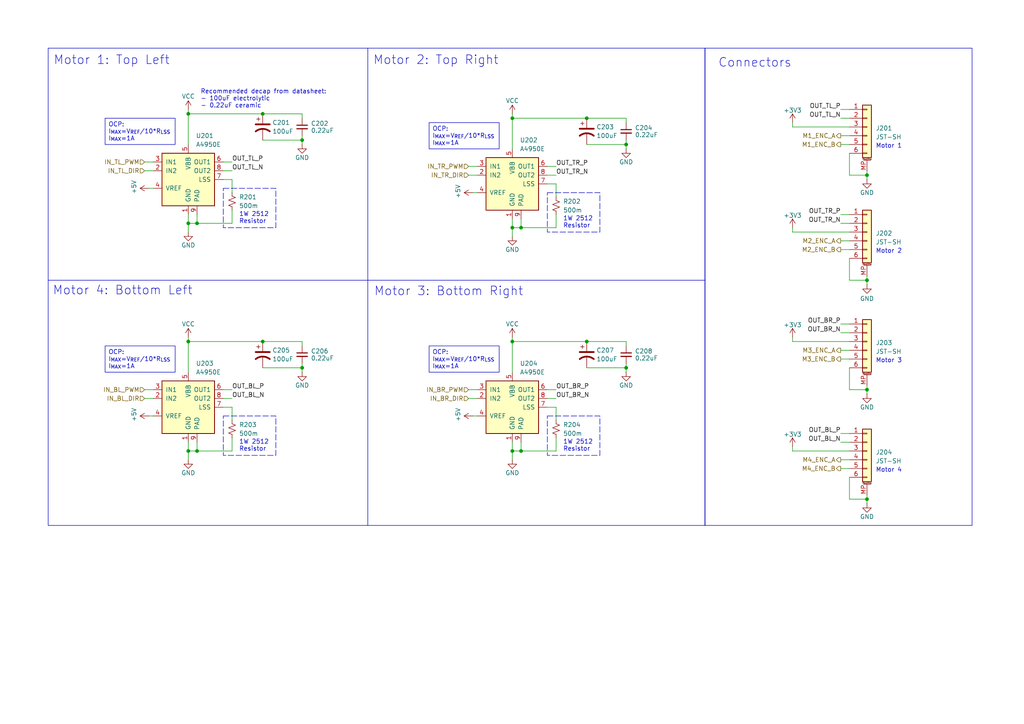
<source format=kicad_sch>
(kicad_sch (version 20231120) (generator "eeschema") (generator_version "8.0")
  (paper "A4")
  (lib_symbols
    (symbol "Connector_Generic_MountingPin:Conn_01x06_MountingPin" (pin_names (offset 1.016) hide)
      (property "Reference" "J" (at 0 7.62 0))
      (property "Value" "Conn_01x06_MountingPin" (at 1.27 -10.16 0))
      (symbol "Conn_01x06_MountingPin_1_1"
        (rectangle (start -1.27 -7.493) (end 0 -7.747) (stroke (width 0.1524)))
        (rectangle (start -1.27 -4.953) (end 0 -5.207) (stroke (width 0.1524)))
        (rectangle (start -1.27 -2.413) (end 0 -2.667) (stroke (width 0.1524)))
        (rectangle (start -1.27 0.127) (end 0 -0.127) (stroke (width 0.1524)))
        (rectangle (start -1.27 2.667) (end 0 2.413) (stroke (width 0.1524)))
        (rectangle (start -1.27 5.207) (end 0 4.953) (stroke (width 0.1524)))
        (rectangle (start -1.27 6.35) (end 1.27 -8.89) (stroke (width 0.254)) (fill (type background)))
        (polyline (pts (xy -1.016 -9.652) (xy 1.016 -9.652)) (stroke (width 0.1524)))
        (text "Mounting" (at 0 -9.271 0) (effects (font (size 0.381 0.381))))
        (pin passive line (at -5.08 5.08 0) (length 3.81) (name "Pin_1") (number "1"))
        (pin passive line (at -5.08 2.54 0) (length 3.81) (name "Pin_2") (number "2"))
        (pin passive line (at -5.08 0 0) (length 3.81) (name "Pin_3") (number "3"))
        (pin passive line (at -5.08 -2.54 0) (length 3.81) (name "Pin_4") (number "4"))
        (pin passive line (at -5.08 -5.08 0) (length 3.81) (name "Pin_5") (number "5"))
        (pin passive line (at -5.08 -7.62 0) (length 3.81) (name "Pin_6") (number "6"))
        (pin passive line (at 0 -12.7 90) (length 3.048) (name "MountPin") (number "MP"))
      )
    )
    (symbol "Device:C_Polarized_US" (pin_numbers hide) (pin_names (offset 0.254) hide)
      (property "Reference" "C" (at 0.635 2.54 0))
      (property "Value" "C_Polarized_US" (at 0.635 -2.54 0))
      (symbol "C_Polarized_US_0_1"
        (polyline (pts (xy -2.032 0.762) (xy 2.032 0.762)) (stroke (width 0.508)))
        (polyline (pts (xy -1.778 2.286) (xy -0.762 2.286)))
        (polyline (pts (xy -1.27 1.778) (xy -1.27 2.794)))
        (arc (start 2.032 -1.27) (mid 0 -0.5572) (end -2.032 -1.27) (stroke (width 0.508)))
      )
      (symbol "C_Polarized_US_1_1"
        (pin passive line (at 0 3.81 270) (length 2.794) (name "~") (number "1"))
        (pin passive line (at 0 -3.81 90) (length 3.302) (name "~") (number "2"))
      )
    )
    (symbol "Device:C_Small" (pin_numbers hide) (pin_names (offset 0.254) hide)
      (property "Reference" "C" (at 0.254 1.778 0))
      (property "Value" "C_Small" (at 0.254 -2.032 0))
      (symbol "C_Small_0_1"
        (polyline (pts (xy -1.524 -0.508) (xy 1.524 -0.508)) (stroke (width 0.3302)))
        (polyline (pts (xy -1.524 0.508) (xy 1.524 0.508)) (stroke (width 0.3048)))
      )
      (symbol "C_Small_1_1"
        (pin passive line (at 0 2.54 270) (length 2.032) (name "~") (number "1"))
        (pin passive line (at 0 -2.54 90) (length 2.032) (name "~") (number "2"))
      )
    )
    (symbol "Device:R_Small_US" (pin_numbers hide) (pin_names (offset 0.254) hide)
      (property "Reference" "R" (at 0.762 0.508 0))
      (property "Value" "R_Small_US" (at 0.762 -1.016 0))
      (symbol "R_Small_US_1_1"
        (polyline (pts (xy 0 0) (xy 1.016 -0.381) (xy 0 -0.762) (xy -1.016 -1.143) (xy 0 -1.524)))
        (polyline (pts (xy 0 1.524) (xy 1.016 1.143) (xy 0 0.762) (xy -1.016 0.381) (xy 0 0)))
        (pin passive line (at 0 2.54 270) (length 1.016) (name "~") (number "1"))
        (pin passive line (at 0 -2.54 90) (length 1.016) (name "~") (number "2"))
      )
    )
    (symbol "Driver_Motor:A4950E" (pin_names (offset 1.016))
      (property "Reference" "U" (at -7.62 8.89 0))
      (property "Value" "A4950E" (at 5.08 8.89 0))
      (symbol "A4950E_0_1"
        (rectangle (start -7.62 7.62) (end 7.62 -7.62) (stroke (width 0.254)) (fill (type background)))
      )
      (symbol "A4950E_1_1"
        (pin power_in line (at 0 -10.16 90) (length 2.54) (name "GND") (number "1"))
        (pin input line (at -10.16 2.54 0) (length 2.54) (name "IN2") (number "2"))
        (pin input line (at -10.16 5.08 0) (length 2.54) (name "IN1") (number "3"))
        (pin passive line (at -10.16 -2.54 0) (length 2.54) (name "VREF") (number "4"))
        (pin power_in line (at 0 10.16 270) (length 2.54) (name "VBB") (number "5"))
        (pin power_out line (at 10.16 5.08 180) (length 2.54) (name "OUT1") (number "6"))
        (pin power_in line (at 10.16 0 180) (length 2.54) (name "LSS") (number "7"))
        (pin power_out line (at 10.16 2.54 180) (length 2.54) (name "OUT2") (number "8"))
        (pin power_in line (at 2.54 -10.16 90) (length 2.54) (name "PAD") (number "9"))
      )
    )
    (symbol "GND_1" (power) (pin_numbers hide) (pin_names (offset 0) hide)
      (property "Value" "GND" (at 0 -3.81 0))
      (symbol "GND_1_0_1"
        (polyline (pts (xy 0 0) (xy 0 -1.27) (xy 1.27 -1.27) (xy 0 -2.54) (xy -1.27 -1.27) (xy 0 -1.27)))
      )
      (symbol "GND_1_1_1"
        (pin power_in line (at 0 0 270) (length 0) (name "~") (number "1"))
      )
    )
    (symbol "power:+3.3V" (power) (pin_names (offset 0))
      (property "Value" "+3.3V" (at 0 3.556 0))
      (symbol "+3.3V_0_1"
        (polyline (pts (xy -0.762 1.27) (xy 0 2.54)))
        (polyline (pts (xy 0 0) (xy 0 2.54)))
        (polyline (pts (xy 0 2.54) (xy 0.762 1.27)))
      )
      (symbol "+3.3V_1_1"
        (pin power_in line (at 0 0 90) (length 0) hide (name "+3V3") (number "1"))
      )
    )
    (symbol "power:+5V" (power) (pin_names (offset 0))
      (property "Value" "+5V" (at 0 3.556 0))
      (symbol "+5V_0_1"
        (polyline (pts (xy -0.762 1.27) (xy 0 2.54)))
        (polyline (pts (xy 0 0) (xy 0 2.54)))
        (polyline (pts (xy 0 2.54) (xy 0.762 1.27)))
      )
      (symbol "+5V_1_1"
        (pin power_in line (at 0 0 90) (length 0) hide (name "+5V") (number "1"))
      )
    )
    (symbol "power:GND" (power) (pin_numbers hide) (pin_names (offset 0) hide)
      (property "Value" "GND" (at 0 -3.81 0))
      (symbol "GND_0_1"
        (polyline (pts (xy 0 0) (xy 0 -1.27) (xy 1.27 -1.27) (xy 0 -2.54) (xy -1.27 -1.27) (xy 0 -1.27)))
      )
      (symbol "GND_1_1"
        (pin power_in line (at 0 0 270) (length 0) (name "~") (number "1"))
      )
    )
    (symbol "power:VCC" (power) (pin_numbers hide) (pin_names (offset 0) hide)
      (property "Value" "VCC" (at 0 3.556 0))
      (symbol "VCC_0_1"
        (polyline (pts (xy -0.762 1.27) (xy 0 2.54)))
        (polyline (pts (xy 0 0) (xy 0 2.54)))
        (polyline (pts (xy 0 2.54) (xy 0.762 1.27)))
      )
      (symbol "VCC_1_1"
        (pin power_in line (at 0 0 90) (length 0) (name "~") (number "1"))
      )
    )
  )
  (junction (at 57.15 64.77))
  (junction (at 148.59 130.81))
  (junction (at 151.13 66.04))
  (junction (at 251.46 113.03))
  (junction (at 148.59 66.04))
  (junction (at 148.59 99.06))
  (junction (at 57.15 130.81))
  (junction (at 87.63 40.64))
  (junction (at 54.61 33.02))
  (junction (at 54.61 130.81))
  (junction (at 151.13 130.81))
  (junction (at 181.61 41.91))
  (junction (at 170.18 99.06))
  (junction (at 54.61 64.77))
  (junction (at 76.2 33.02))
  (junction (at 181.61 106.68))
  (junction (at 87.63 106.68))
  (junction (at 170.18 34.29))
  (junction (at 148.59 34.29))
  (junction (at 54.61 99.06))
  (junction (at 76.2 99.06))
  (junction (at 251.46 144.78))
  (junction (at 251.46 81.28))
  (junction (at 251.46 50.8))
  (wire (pts (xy 170.18 106.68) (xy 181.61 106.68)))
  (wire (pts (xy 87.63 100.33) (xy 87.63 99.06)))
  (wire (pts (xy 67.31 127) (xy 67.31 130.81)))
  (wire (pts (xy 87.63 41.91) (xy 87.63 40.64)))
  (wire (pts (xy 67.31 52.07) (xy 67.31 55.88)))
  (wire (pts (xy 229.87 67.31) (xy 246.38 67.31)))
  (wire (pts (xy 243.84 101.6) (xy 246.38 101.6)))
  (wire (pts (xy 43.18 120.65) (xy 44.45 120.65)))
  (wire (pts (xy 243.84 41.91) (xy 246.38 41.91)))
  (wire (pts (xy 243.84 64.77) (xy 246.38 64.77)))
  (wire (pts (xy 135.89 115.57) (xy 138.43 115.57)))
  (wire (pts (xy 87.63 34.29) (xy 87.63 33.02)))
  (wire (pts (xy 148.59 97.79) (xy 148.59 99.06)))
  (wire (pts (xy 54.61 31.75) (xy 54.61 33.02)))
  (wire (pts (xy 243.84 72.39) (xy 246.38 72.39)))
  (wire (pts (xy 87.63 107.95) (xy 87.63 106.68)))
  (wire (pts (xy 135.89 113.03) (xy 138.43 113.03)))
  (wire (pts (xy 54.61 64.77) (xy 54.61 62.23)))
  (wire (pts (xy 158.75 53.34) (xy 161.29 53.34)))
  (polyline (pts (xy 106.68 13.97) (xy 106.68 152.4)))
  (polyline (pts (xy 13.97 81.28) (xy 101.6 81.28)))
  (wire (pts (xy 243.84 104.14) (xy 246.38 104.14)))
  (wire (pts (xy 181.61 34.29) (xy 170.18 34.29)))
  (wire (pts (xy 158.75 115.57) (xy 161.29 115.57)))
  (wire (pts (xy 57.15 62.23) (xy 57.15 64.77)))
  (wire (pts (xy 67.31 64.77) (xy 57.15 64.77)))
  (wire (pts (xy 151.13 130.81) (xy 148.59 130.81)))
  (wire (pts (xy 41.91 49.53) (xy 44.45 49.53)))
  (wire (pts (xy 161.29 53.34) (xy 161.29 57.15)))
  (wire (pts (xy 251.46 81.28) (xy 246.38 81.28)))
  (wire (pts (xy 148.59 66.04) (xy 148.59 63.5)))
  (wire (pts (xy 243.84 96.52) (xy 246.38 96.52)))
  (wire (pts (xy 229.87 97.79) (xy 229.87 99.06)))
  (wire (pts (xy 181.61 43.18) (xy 181.61 41.91)))
  (wire (pts (xy 251.46 143.51) (xy 251.46 144.78)))
  (wire (pts (xy 229.87 66.04) (xy 229.87 67.31)))
  (wire (pts (xy 135.89 50.8) (xy 138.43 50.8)))
  (wire (pts (xy 229.87 35.56) (xy 229.87 36.83)))
  (wire (pts (xy 148.59 66.04) (xy 148.59 68.58)))
  (wire (pts (xy 135.89 48.26) (xy 138.43 48.26)))
  (wire (pts (xy 229.87 36.83) (xy 246.38 36.83)))
  (wire (pts (xy 57.15 128.27) (xy 57.15 130.81)))
  (wire (pts (xy 229.87 129.54) (xy 229.87 130.81)))
  (wire (pts (xy 181.61 106.68) (xy 181.61 107.95)))
  (wire (pts (xy 64.77 52.07) (xy 67.31 52.07)))
  (wire (pts (xy 57.15 130.81) (xy 54.61 130.81)))
  (wire (pts (xy 251.46 144.78) (xy 246.38 144.78)))
  (wire (pts (xy 170.18 41.91) (xy 181.61 41.91)))
  (wire (pts (xy 246.38 50.8) (xy 246.38 44.45)))
  (wire (pts (xy 161.29 118.11) (xy 161.29 121.92)))
  (wire (pts (xy 181.61 100.33) (xy 181.61 99.06)))
  (wire (pts (xy 87.63 40.64) (xy 87.63 39.37)))
  (wire (pts (xy 229.87 99.06) (xy 246.38 99.06)))
  (wire (pts (xy 137.16 55.88) (xy 138.43 55.88)))
  (wire (pts (xy 251.46 144.78) (xy 251.46 146.05)))
  (wire (pts (xy 251.46 50.8) (xy 251.46 52.07)))
  (wire (pts (xy 229.87 130.81) (xy 246.38 130.81)))
  (wire (pts (xy 161.29 130.81) (xy 151.13 130.81)))
  (wire (pts (xy 246.38 81.28) (xy 246.38 74.93)))
  (wire (pts (xy 148.59 130.81) (xy 148.59 128.27)))
  (wire (pts (xy 54.61 130.81) (xy 54.61 133.35)))
  (wire (pts (xy 43.18 54.61) (xy 44.45 54.61)))
  (wire (pts (xy 137.16 120.65) (xy 138.43 120.65)))
  (wire (pts (xy 181.61 99.06) (xy 170.18 99.06)))
  (wire (pts (xy 67.31 118.11) (xy 67.31 121.92)))
  (wire (pts (xy 181.61 106.68) (xy 181.61 105.41)))
  (wire (pts (xy 246.38 144.78) (xy 246.38 138.43)))
  (wire (pts (xy 158.75 50.8) (xy 161.29 50.8)))
  (wire (pts (xy 41.91 115.57) (xy 44.45 115.57)))
  (wire (pts (xy 54.61 99.06) (xy 54.61 107.95)))
  (wire (pts (xy 54.61 99.06) (xy 76.2 99.06)))
  (wire (pts (xy 67.31 60.96) (xy 67.31 64.77)))
  (wire (pts (xy 158.75 118.11) (xy 161.29 118.11)))
  (wire (pts (xy 76.2 40.64) (xy 87.63 40.64)))
  (wire (pts (xy 87.63 33.02) (xy 76.2 33.02)))
  (wire (pts (xy 64.77 118.11) (xy 67.31 118.11)))
  (wire (pts (xy 148.59 33.02) (xy 148.59 34.29)))
  (wire (pts (xy 151.13 128.27) (xy 151.13 130.81)))
  (wire (pts (xy 243.84 93.98) (xy 246.38 93.98)))
  (wire (pts (xy 161.29 127) (xy 161.29 130.81)))
  (wire (pts (xy 158.75 113.03) (xy 161.29 113.03)))
  (wire (pts (xy 54.61 130.81) (xy 54.61 128.27)))
  (wire (pts (xy 251.46 50.8) (xy 246.38 50.8)))
  (wire (pts (xy 41.91 46.99) (xy 44.45 46.99)))
  (wire (pts (xy 54.61 64.77) (xy 54.61 67.31)))
  (polyline (pts (xy 101.6 81.28) (xy 204.47 81.28)))
  (wire (pts (xy 76.2 106.68) (xy 87.63 106.68)))
  (wire (pts (xy 243.84 133.35) (xy 246.38 133.35)))
  (wire (pts (xy 181.61 35.56) (xy 181.61 34.29)))
  (wire (pts (xy 243.84 128.27) (xy 246.38 128.27)))
  (wire (pts (xy 54.61 33.02) (xy 54.61 41.91)))
  (wire (pts (xy 243.84 135.89) (xy 246.38 135.89)))
  (wire (pts (xy 243.84 34.29) (xy 246.38 34.29)))
  (wire (pts (xy 151.13 63.5) (xy 151.13 66.04)))
  (wire (pts (xy 251.46 81.28) (xy 251.46 82.55)))
  (wire (pts (xy 41.91 113.03) (xy 44.45 113.03)))
  (wire (pts (xy 148.59 34.29) (xy 170.18 34.29)))
  (wire (pts (xy 57.15 64.77) (xy 54.61 64.77)))
  (wire (pts (xy 251.46 80.01) (xy 251.46 81.28)))
  (wire (pts (xy 87.63 106.68) (xy 87.63 105.41)))
  (wire (pts (xy 148.59 34.29) (xy 148.59 43.18)))
  (wire (pts (xy 148.59 99.06) (xy 148.59 107.95)))
  (wire (pts (xy 243.84 31.75) (xy 246.38 31.75)))
  (wire (pts (xy 67.31 130.81) (xy 57.15 130.81)))
  (wire (pts (xy 148.59 130.81) (xy 148.59 133.35)))
  (wire (pts (xy 148.59 99.06) (xy 170.18 99.06)))
  (wire (pts (xy 243.84 62.23) (xy 246.38 62.23)))
  (wire (pts (xy 251.46 113.03) (xy 251.46 114.3)))
  (wire (pts (xy 161.29 66.04) (xy 151.13 66.04)))
  (wire (pts (xy 64.77 115.57) (xy 67.31 115.57)))
  (wire (pts (xy 243.84 39.37) (xy 246.38 39.37)))
  (wire (pts (xy 243.84 125.73) (xy 246.38 125.73)))
  (wire (pts (xy 158.75 48.26) (xy 161.29 48.26)))
  (wire (pts (xy 246.38 113.03) (xy 246.38 106.68)))
  (wire (pts (xy 251.46 49.53) (xy 251.46 50.8)))
  (wire (pts (xy 243.84 69.85) (xy 246.38 69.85)))
  (wire (pts (xy 64.77 46.99) (xy 67.31 46.99)))
  (wire (pts (xy 151.13 66.04) (xy 148.59 66.04)))
  (wire (pts (xy 251.46 111.76) (xy 251.46 113.03)))
  (wire (pts (xy 251.46 113.03) (xy 246.38 113.03)))
  (wire (pts (xy 54.61 97.79) (xy 54.61 99.06)))
  (wire (pts (xy 54.61 33.02) (xy 76.2 33.02)))
  (wire (pts (xy 64.77 49.53) (xy 67.31 49.53)))
  (wire (pts (xy 87.63 99.06) (xy 76.2 99.06)))
  (wire (pts (xy 161.29 62.23) (xy 161.29 66.04)))
  (wire (pts (xy 64.77 113.03) (xy 67.31 113.03)))
  (wire (pts (xy 181.61 41.91) (xy 181.61 40.64)))
  (rectangle (start 158.75 55.88) (end 173.99 67.31) (stroke (width 0) (type dash)))
  (rectangle (start 204.47 13.97) (end 281.94 152.4))
  (rectangle (start 64.77 54.61) (end 80.01 66.04) (stroke (width 0) (type dash)))
  (rectangle (start 64.77 120.65) (end 80.01 132.08) (stroke (width 0) (type dash)))
  (rectangle (start 13.97 13.97) (end 204.47 152.4))
  (rectangle (start 158.75 120.65) (end 173.99 132.08) (stroke (width 0) (type dash)))
  (text_box "OCP:\nI_{MAX}=V_{REF}/10*R_{LSS}\nI_{MAX}=1A" (at 124.46 35.56 0) (size 20.32 7.62) (effects (font (size 1.27 1.27)) (justify left top)))
  (text_box "OCP:\nI_{MAX}=V_{REF}/10*R_{LSS}\nI_{MAX}=1A" (at 30.48 34.29 0) (size 20.32 7.62) (effects (font (size 1.27 1.27)) (justify left top)))
  (text_box "OCP:\nI_{MAX}=V_{REF}/10*R_{LSS}\nI_{MAX}=1A" (at 30.48 100.33 0) (size 20.32 7.62) (effects (font (size 1.27 1.27)) (justify left top)))
  (text_box "OCP:\nI_{MAX}=V_{REF}/10*R_{LSS}\nI_{MAX}=1A" (at 124.46 100.33 0) (size 20.32 7.62) (effects (font (size 1.27 1.27)) (justify left top)))
  (text "Recommended decap from datasheet:\n- 100uF electrolytic\n- 0.22uF ceramic" (at 58.166 28.702 0) (effects (font (size 1.27 1.27)) (justify left)))
  (text "Motor 3: Bottom Right" (at 108.458 84.582 0) (effects (font (size 2.54 2.54)) (justify left)))
  (text "Motor 4" (at 254 136.398 0) (effects (font (size 1.27 1.27)) (justify left)))
  (text "Motor 3" (at 254 104.648 0) (effects (font (size 1.27 1.27)) (justify left)))
  (text "Connectors" (at 208.28 18.288 0) (effects (font (size 2.54 2.54)) (justify left)))
  (text "1W 2512\nResistor" (at 163.322 64.516 0) (effects (font (size 1.27 1.27)) (justify left)))
  (text "Motor 1: Top Left" (at 15.494 17.526 0) (effects (font (size 2.54 2.54)) (justify left)))
  (text "Motor 2: Top Right" (at 108.204 17.526 0) (effects (font (size 2.54 2.54)) (justify left)))
  (text "1W 2512\nResistor" (at 163.322 129.286 0) (effects (font (size 1.27 1.27)) (justify left)))
  (text "1W 2512\nResistor" (at 69.342 63.246 0) (effects (font (size 1.27 1.27)) (justify left)))
  (text "Motor 4: Bottom Left" (at 15.24 84.328 0) (effects (font (size 2.54 2.54)) (justify left)))
  (text "Motor 1" (at 254 42.418 0) (effects (font (size 1.27 1.27)) (justify left)))
  (text "Motor 2" (at 254 72.898 0) (effects (font (size 1.27 1.27)) (justify left)))
  (text "1W 2512\nResistor" (at 69.342 129.286 0) (effects (font (size 1.27 1.27)) (justify left)))
  (label "OUT_BL_P" (at 243.84 125.73 180))
  (label "OUT_BR_N" (at 243.84 96.52 180))
  (label "OUT_TL_N" (at 67.31 49.53 0))
  (label "OUT_TL_P" (at 67.31 46.99 0))
  (label "OUT_TR_N" (at 161.29 50.8 0))
  (label "OUT_TL_N" (at 243.84 34.29 180))
  (label "OUT_TR_P" (at 161.29 48.26 0))
  (label "OUT_TL_P" (at 243.84 31.75 180))
  (label "OUT_BR_P" (at 243.84 93.98 180))
  (label "OUT_BR_P" (at 161.29 113.03 0))
  (label "OUT_BR_N" (at 161.29 115.57 0))
  (label "OUT_TR_N" (at 243.84 64.77 180))
  (label "OUT_BL_N" (at 243.84 128.27 180))
  (label "OUT_BL_P" (at 67.31 113.03 0))
  (label "OUT_BL_N" (at 67.31 115.57 0))
  (label "OUT_TR_P" (at 243.84 62.23 180))
  (hierarchical_label "M1_ENC_B" (shape output) (at 243.84 41.91 180))
  (hierarchical_label "IN_BR_DIR" (shape input) (at 135.89 115.57 180))
  (hierarchical_label "M2_ENC_A" (shape output) (at 243.84 69.85 180))
  (hierarchical_label "IN_BL_DIR" (shape input) (at 41.91 115.57 180))
  (hierarchical_label "M4_ENC_A" (shape output) (at 243.84 133.35 180))
  (hierarchical_label "M2_ENC_B" (shape output) (at 243.84 72.39 180))
  (hierarchical_label "IN_TL_DIR" (shape input) (at 41.91 49.53 180))
  (hierarchical_label "IN_TR_PWM" (shape input) (at 135.89 48.26 180))
  (hierarchical_label "M4_ENC_B" (shape output) (at 243.84 135.89 180))
  (hierarchical_label "M1_ENC_A" (shape output) (at 243.84 39.37 180))
  (hierarchical_label "M3_ENC_A" (shape output) (at 243.84 101.6 180))
  (hierarchical_label "IN_TR_DIR" (shape input) (at 135.89 50.8 180))
  (hierarchical_label "IN_TL_PWM" (shape input) (at 41.91 46.99 180))
  (hierarchical_label "IN_BR_PWM" (shape input) (at 135.89 113.03 180))
  (hierarchical_label "M3_ENC_B" (shape output) (at 243.84 104.14 180))
  (hierarchical_label "IN_BL_PWM" (shape input) (at 41.91 113.03 180))
  (symbol (lib_id "Device:C_Small") (at 181.61 102.87 0) (unit 1)
    (property "Reference" "C208" (at 184.15 101.854 0) (effects (justify left)))
    (property "Value" "0.22uF" (at 184.15 103.886 0) (effects (justify left)))
    (property "Footprint" "Capacitor_SMD:C_0603_1608Metric" (effects (hide yes)))
    (property "Description" "Unpolarized capacitor, small symbol" (effects (hide yes)))
  )
  (symbol (lib_id "power:GND") (at 181.61 43.18 0) (unit 1)
    (property "Reference" "#PWR0205" (effects (hide yes)))
    (property "Value" "GND" (at 181.61 46.99 0))
    (property "Description" "Power symbol creates a global label with name \"GND\" , ground" (effects (hide yes)))
  )
  (symbol (lib_id "power:GND") (at 148.59 133.35 0) (unit 1)
    (property "Reference" "#PWR0223" (effects (hide yes)))
    (property "Value" "GND" (at 148.59 137.16 0))
    (property "Description" "Power symbol creates a global label with name \"GND\" , ground" (effects (hide yes)))
  )
  (symbol (lib_id "Device:C_Polarized_US") (at 170.18 102.87 0) (unit 1)
    (property "Reference" "C207" (at 172.974 101.6 0) (effects (justify left)))
    (property "Value" "100uF" (at 172.974 104.14 0) (effects (justify left)))
    (property "Footprint" "Capacitor_SMD:CP_Elec_6.3x7.7" (effects (hide yes)))
    (property "Description" "Polarized capacitor, US symbol" (effects (hide yes)))
  )
  (symbol (lib_id "power:GND") (at 54.61 133.35 0) (unit 1)
    (property "Reference" "#PWR0222" (effects (hide yes)))
    (property "Value" "GND" (at 54.61 137.16 0))
    (property "Description" "Power symbol creates a global label with name \"GND\" , ground" (effects (hide yes)))
  )
  (symbol (lib_id "power:VCC") (at 148.59 97.79 0) (unit 1)
    (property "Reference" "#PWR0214" (effects (hide yes)))
    (property "Value" "VCC" (at 148.59 93.98 0))
    (property "Description" "Power symbol creates a global label with name \"VCC\"" (effects (hide yes)))
  )
  (symbol (lib_id "power:+5V") (at 137.16 120.65 90) (unit 1)
    (property "Reference" "#PWR0220" (effects (hide yes)))
    (property "Value" "+5V" (at 132.8356 120.2817 0))
  )
  (symbol (lib_id "Device:C_Small") (at 87.63 102.87 0) (unit 1)
    (property "Reference" "C206" (at 90.17 101.854 0) (effects (justify left)))
    (property "Value" "0.22uF" (at 90.17 103.886 0) (effects (justify left)))
    (property "Footprint" "Capacitor_SMD:C_0603_1608Metric" (effects (hide yes)))
    (property "Description" "Unpolarized capacitor, small symbol" (effects (hide yes)))
  )
  (symbol (lib_id "Device:C_Small") (at 181.61 38.1 0) (unit 1)
    (property "Reference" "C204" (at 184.15 37.084 0) (effects (justify left)))
    (property "Value" "0.22uF" (at 184.15 39.116 0) (effects (justify left)))
    (property "Footprint" "Capacitor_SMD:C_0603_1608Metric" (effects (hide yes)))
    (property "Description" "Unpolarized capacitor, small symbol" (effects (hide yes)))
  )
  (symbol (lib_id "power:GND") (at 181.61 107.95 0) (unit 1)
    (property "Reference" "#PWR0217" (effects (hide yes)))
    (property "Value" "GND" (at 181.61 111.76 0))
    (property "Description" "Power symbol creates a global label with name \"GND\" , ground" (effects (hide yes)))
  )
  (symbol (lib_name "GND_1") (lib_id "power:GND") (at 251.46 114.3 0) (unit 1)
    (property "Reference" "#PWR0218" (effects (hide yes)))
    (property "Value" "GND" (at 251.46 118.11 0))
    (property "Description" "Power symbol creates a global label with name \"GND\" , ground" (effects (hide yes)))
  )
  (symbol (lib_id "Device:R_Small_US") (at 161.29 59.69 0) (unit 1)
    (property "Reference" "R202" (at 163.322 58.42 0) (effects (justify left)))
    (property "Value" "500m" (at 163.322 60.96 0) (effects (justify left)))
    (property "Footprint" "Resistor_SMD:R_2512_6332Metric" (effects (hide yes)))
    (property "Description" "Resistor, small US symbol" (effects (hide yes)))
  )
  (symbol (lib_id "power:+5V") (at 137.16 55.88 90) (unit 1)
    (property "Reference" "#PWR0208" (effects (hide yes)))
    (property "Value" "+5V" (at 132.8356 55.5117 0))
  )
  (symbol (lib_id "Connector_Generic_MountingPin:Conn_01x06_MountingPin") (at 251.46 99.06 0) (unit 1)
    (property "Reference" "J203" (at 254 99.4155 0) (effects (justify left)))
    (property "Value" "JST-SH" (at 254 101.9555 0) (effects (justify left)))
    (property "Footprint" "Connector_JST:JST_SH_SM06B-SRSS-TB_1x06-1MP_P1.00mm_Horizontal" (effects (hide yes)))
    (property "Description" "Generic connectable mounting pin connector, single row, 01x06, script generated (kicad-library-utils/schlib/autogen/connector/)" (effects (hide yes)))
  )
  (symbol (lib_id "power:GND") (at 148.59 68.58 0) (unit 1)
    (property "Reference" "#PWR0211" (effects (hide yes)))
    (property "Value" "GND" (at 148.59 72.39 0))
    (property "Description" "Power symbol creates a global label with name \"GND\" , ground" (effects (hide yes)))
  )
  (symbol (lib_id "power:VCC") (at 54.61 31.75 0) (unit 1)
    (property "Reference" "#PWR0201" (effects (hide yes)))
    (property "Value" "VCC" (at 54.61 27.94 0))
    (property "Description" "Power symbol creates a global label with name \"VCC\"" (effects (hide yes)))
  )
  (symbol (lib_id "power:GND") (at 87.63 41.91 0) (unit 1)
    (property "Reference" "#PWR0204" (effects (hide yes)))
    (property "Value" "GND" (at 87.63 45.72 0))
    (property "Description" "Power symbol creates a global label with name \"GND\" , ground" (effects (hide yes)))
  )
  (symbol (lib_id "power:+3.3V") (at 229.87 66.04 0) (unit 1)
    (property "Reference" "#PWR0209" (effects (hide yes)))
    (property "Value" "+3V3" (at 229.87 62.484 0))
  )
  (symbol (lib_id "Driver_Motor:A4950E") (at 148.59 53.34 0) (unit 1)
    (property "Reference" "U202" (at 150.7841 40.64 0) (effects (justify left)))
    (property "Value" "A4950E" (at 150.7841 43.18 0) (effects (justify left)))
    (property "Footprint" "Package_SO:SOIC-8-1EP_3.9x4.9mm_P1.27mm_EP2.41x3.3mm" (effects (hide yes)))
    (property "Datasheet" "http://www.allegromicro.com/~/media/Files/Datasheets/A4950-Datasheet.ashx" (effects (hide yes)))
    (property "Description" "Full-Bridge, DMOS PWM, Motor Driver, 40V, 3.5A, -40 to +85C" (effects (hide yes)))
  )
  (symbol (lib_id "Device:C_Polarized_US") (at 76.2 36.83 0) (unit 1)
    (property "Reference" "C201" (at 78.994 35.56 0) (effects (justify left)))
    (property "Value" "100uF" (at 78.994 38.1 0) (effects (justify left)))
    (property "Footprint" "Capacitor_SMD:CP_Elec_6.3x7.7" (effects (hide yes)))
    (property "Description" "Polarized capacitor, US symbol" (effects (hide yes)))
  )
  (symbol (lib_id "Connector_Generic_MountingPin:Conn_01x06_MountingPin") (at 251.46 130.81 0) (unit 1)
    (property "Reference" "J204" (at 254 131.1655 0) (effects (justify left)))
    (property "Value" "JST-SH" (at 254 133.7055 0) (effects (justify left)))
    (property "Footprint" "Connector_JST:JST_SH_SM06B-SRSS-TB_1x06-1MP_P1.00mm_Horizontal" (effects (hide yes)))
    (property "Description" "Generic connectable mounting pin connector, single row, 01x06, script generated (kicad-library-utils/schlib/autogen/connector/)" (effects (hide yes)))
  )
  (symbol (lib_name "GND_1") (lib_id "power:GND") (at 251.46 52.07 0) (unit 1)
    (property "Reference" "#PWR0206" (effects (hide yes)))
    (property "Value" "GND" (at 251.46 55.88 0))
    (property "Description" "Power symbol creates a global label with name \"GND\" , ground" (effects (hide yes)))
  )
  (symbol (lib_id "power:+3.3V") (at 229.87 129.54 0) (unit 1)
    (property "Reference" "#PWR0221" (effects (hide yes)))
    (property "Value" "+3V3" (at 229.87 125.984 0))
  )
  (symbol (lib_id "power:+5V") (at 43.18 54.61 90) (unit 1)
    (property "Reference" "#PWR0207" (effects (hide yes)))
    (property "Value" "+5V" (at 38.8556 54.2417 0))
  )
  (symbol (lib_id "Device:R_Small_US") (at 67.31 58.42 0) (unit 1)
    (property "Reference" "R201" (at 69.342 57.15 0) (effects (justify left)))
    (property "Value" "500m" (at 69.342 59.69 0) (effects (justify left)))
    (property "Footprint" "Resistor_SMD:R_2512_6332Metric" (effects (hide yes)))
    (property "Description" "Resistor, small US symbol" (effects (hide yes)))
  )
  (symbol (lib_id "Driver_Motor:A4950E") (at 54.61 118.11 0) (unit 1)
    (property "Reference" "U203" (at 56.8041 105.41 0) (effects (justify left)))
    (property "Value" "A4950E" (at 56.8041 107.95 0) (effects (justify left)))
    (property "Footprint" "Package_SO:SOIC-8-1EP_3.9x4.9mm_P1.27mm_EP2.41x3.3mm" (effects (hide yes)))
    (property "Datasheet" "http://www.allegromicro.com/~/media/Files/Datasheets/A4950-Datasheet.ashx" (effects (hide yes)))
    (property "Description" "Full-Bridge, DMOS PWM, Motor Driver, 40V, 3.5A, -40 to +85C" (effects (hide yes)))
  )
  (symbol (lib_id "Driver_Motor:A4950E") (at 148.59 118.11 0) (unit 1)
    (property "Reference" "U204" (at 150.7841 105.41 0) (effects (justify left)))
    (property "Value" "A4950E" (at 150.7841 107.95 0) (effects (justify left)))
    (property "Footprint" "Package_SO:SOIC-8-1EP_3.9x4.9mm_P1.27mm_EP2.41x3.3mm" (effects (hide yes)))
    (property "Datasheet" "http://www.allegromicro.com/~/media/Files/Datasheets/A4950-Datasheet.ashx" (effects (hide yes)))
    (property "Description" "Full-Bridge, DMOS PWM, Motor Driver, 40V, 3.5A, -40 to +85C" (effects (hide yes)))
  )
  (symbol (lib_id "Connector_Generic_MountingPin:Conn_01x06_MountingPin") (at 251.46 67.31 0) (unit 1)
    (property "Reference" "J202" (at 254 67.6655 0) (effects (justify left)))
    (property "Value" "JST-SH" (at 254 70.2055 0) (effects (justify left)))
    (property "Footprint" "Connector_JST:JST_SH_SM06B-SRSS-TB_1x06-1MP_P1.00mm_Horizontal" (effects (hide yes)))
    (property "Description" "Generic connectable mounting pin connector, single row, 01x06, script generated (kicad-library-utils/schlib/autogen/connector/)" (effects (hide yes)))
  )
  (symbol (lib_id "power:+5V") (at 43.18 120.65 90) (unit 1)
    (property "Reference" "#PWR0219" (effects (hide yes)))
    (property "Value" "+5V" (at 38.8556 120.2817 0))
  )
  (symbol (lib_id "Device:C_Small") (at 87.63 36.83 0) (unit 1)
    (property "Reference" "C202" (at 90.17 35.814 0) (effects (justify left)))
    (property "Value" "0.22uF" (at 90.17 37.846 0) (effects (justify left)))
    (property "Footprint" "Capacitor_SMD:C_0603_1608Metric" (effects (hide yes)))
    (property "Description" "Unpolarized capacitor, small symbol" (effects (hide yes)))
  )
  (symbol (lib_id "power:+3.3V") (at 229.87 35.56 0) (unit 1)
    (property "Reference" "#PWR0203" (effects (hide yes)))
    (property "Value" "+3V3" (at 229.87 32.004 0))
  )
  (symbol (lib_id "Device:R_Small_US") (at 161.29 124.46 0) (unit 1)
    (property "Reference" "R204" (at 163.322 123.19 0) (effects (justify left)))
    (property "Value" "500m" (at 163.322 125.73 0) (effects (justify left)))
    (property "Footprint" "Resistor_SMD:R_2512_6332Metric" (effects (hide yes)))
    (property "Description" "Resistor, small US symbol" (effects (hide yes)))
  )
  (symbol (lib_id "power:VCC") (at 148.59 33.02 0) (unit 1)
    (property "Reference" "#PWR0202" (effects (hide yes)))
    (property "Value" "VCC" (at 148.59 29.21 0))
    (property "Description" "Power symbol creates a global label with name \"VCC\"" (effects (hide yes)))
  )
  (symbol (lib_id "power:GND") (at 87.63 107.95 0) (unit 1)
    (property "Reference" "#PWR0216" (effects (hide yes)))
    (property "Value" "GND" (at 87.63 111.76 0))
    (property "Description" "Power symbol creates a global label with name \"GND\" , ground" (effects (hide yes)))
  )
  (symbol (lib_id "power:VCC") (at 54.61 97.79 0) (unit 1)
    (property "Reference" "#PWR0213" (effects (hide yes)))
    (property "Value" "VCC" (at 54.61 93.98 0))
    (property "Description" "Power symbol creates a global label with name \"VCC\"" (effects (hide yes)))
  )
  (symbol (lib_id "power:GND") (at 54.61 67.31 0) (unit 1)
    (property "Reference" "#PWR0210" (effects (hide yes)))
    (property "Value" "GND" (at 54.61 71.12 0))
    (property "Description" "Power symbol creates a global label with name \"GND\" , ground" (effects (hide yes)))
  )
  (symbol (lib_name "GND_1") (lib_id "power:GND") (at 251.46 146.05 0) (unit 1)
    (property "Reference" "#PWR0224" (effects (hide yes)))
    (property "Value" "GND" (at 251.46 149.86 0))
    (property "Description" "Power symbol creates a global label with name \"GND\" , ground" (effects (hide yes)))
  )
  (symbol (lib_name "GND_1") (lib_id "power:GND") (at 251.46 82.55 0) (unit 1)
    (property "Reference" "#PWR0212" (effects (hide yes)))
    (property "Value" "GND" (at 251.46 86.614 0))
    (property "Description" "Power symbol creates a global label with name \"GND\" , ground" (effects (hide yes)))
  )
  (symbol (lib_id "power:+3.3V") (at 229.87 97.79 0) (unit 1)
    (property "Reference" "#PWR0215" (effects (hide yes)))
    (property "Value" "+3V3" (at 229.87 94.234 0))
  )
  (symbol (lib_id "Device:C_Polarized_US") (at 170.18 38.1 0) (unit 1)
    (property "Reference" "C203" (at 172.974 36.83 0) (effects (justify left)))
    (property "Value" "100uF" (at 172.974 39.37 0) (effects (justify left)))
    (property "Footprint" "Capacitor_SMD:CP_Elec_6.3x7.7" (effects (hide yes)))
    (property "Description" "Polarized capacitor, US symbol" (effects (hide yes)))
  )
  (symbol (lib_id "Device:R_Small_US") (at 67.31 124.46 0) (unit 1)
    (property "Reference" "R203" (at 69.342 123.19 0) (effects (justify left)))
    (property "Value" "500m" (at 69.342 125.73 0) (effects (justify left)))
    (property "Footprint" "Resistor_SMD:R_2512_6332Metric" (effects (hide yes)))
    (property "Description" "Resistor, small US symbol" (effects (hide yes)))
  )
  (symbol (lib_id "Device:C_Polarized_US") (at 76.2 102.87 0) (unit 1)
    (property "Reference" "C205" (at 78.994 101.6 0) (effects (justify left)))
    (property "Value" "100uF" (at 78.994 104.14 0) (effects (justify left)))
    (property "Footprint" "Capacitor_SMD:CP_Elec_6.3x7.7" (effects (hide yes)))
    (property "Description" "Polarized capacitor, US symbol" (effects (hide yes)))
  )
  (symbol (lib_id "Connector_Generic_MountingPin:Conn_01x06_MountingPin") (at 251.46 36.83 0) (unit 1)
    (property "Reference" "J201" (at 254 37.1855 0) (effects (justify left)))
    (property "Value" "JST-SH" (at 254 39.7255 0) (effects (justify left)))
    (property "Footprint" "Connector_JST:JST_SH_SM06B-SRSS-TB_1x06-1MP_P1.00mm_Horizontal" (effects (hide yes)))
    (property "Description" "Generic connectable mounting pin connector, single row, 01x06, script generated (kicad-library-utils/schlib/autogen/connector/)" (effects (hide yes)))
  )
  (symbol (lib_id "Driver_Motor:A4950E") (at 54.61 52.07 0) (unit 1)
    (property "Reference" "U201" (at 56.8041 39.37 0) (effects (justify left)))
    (property "Value" "A4950E" (at 56.8041 41.91 0) (effects (justify left)))
    (property "Footprint" "Package_SO:SOIC-8-1EP_3.9x4.9mm_P1.27mm_EP2.41x3.3mm" (effects (hide yes)))
    (property "Datasheet" "http://www.allegromicro.com/~/media/Files/Datasheets/A4950-Datasheet.ashx" (effects (hide yes)))
    (property "Description" "Full-Bridge, DMOS PWM, Motor Driver, 40V, 3.5A, -40 to +85C" (effects (hide yes)))
  )
)
</source>
